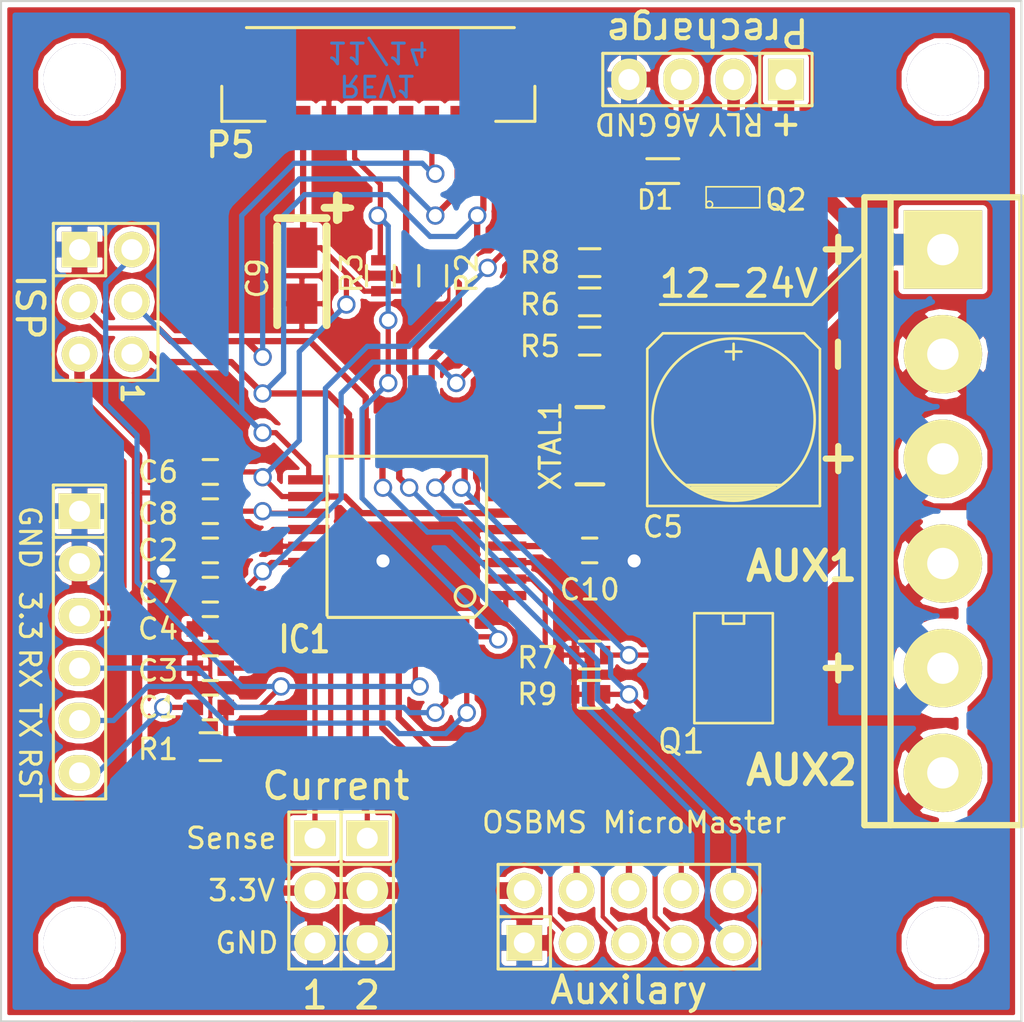
<source format=kicad_pcb>
(kicad_pcb (version 4) (host pcbnew 4.0.0-rc1-stable)
  (layers (0 F.Cu signal) (31 B.Cu signal hide) (34 B.Paste user) (35 F.Paste user) (36 B.SilkS user) (37 F.SilkS user) (38 B.Mask user) (39 F.Mask user) (44 Edge.Cuts user))
  (net 0 "")
  (net 1 /S-RST)
  (net 2 RESET)
  (net 3 GND)
  (net 4 "Net-(C2-Pad2)")
  (net 5 +12V)
  (net 6 +3.3V)
  (net 7 A0)
  (net 8 A1)
  (net 9 "Net-(IC1-Pad8)")
  (net 10 "Net-(IC1-Pad7)")
  (net 11 D4)
  (net 12 D3*)
  (net 13 SCK/13)
  (net 14 A6)
  (net 15 A7)
  (net 16 Int0/2)
  (net 17 TXD)
  (net 18 RXD)
  (net 19 SCL/A5)
  (net 20 SDA/A4)
  (net 21 D5*)
  (net 22 D6*)
  (net 23 D7)
  (net 24 D10*)
  (net 25 MISO)
  (net 26 "Net-(P10-Pad2)")
  (net 27 CS_N)
  (net 28 "Net-(P7-Pad4)")
  (net 29 "Net-(P7-Pad6)")
  (net 30 A2)
  (net 31 A3)
  (net 32 MOSI)
  (net 33 400khz_clk)
  (module Capacitors_SMD:C_0603 (layer F.Cu) (at 35.56 162.56)
    (fp_text reference C1 (at -2.54 0) (layer F.SilkS))
    (fp_text value 100NF hide)
    (pad 1 smd rect (at -0.75 0) (size 0.8 0.75) (layers F.Cu F.Paste F.Mask) (net 1 /S-RST))
    (pad 2 smd rect (at 0.75 0) (size 0.8 0.75) (layers F.Cu F.Paste F.Mask) (net 2 RESET))
  )
  (module Capacitors_SMD:C_0603 (layer F.Cu) (at 35.56 154.94)
    (fp_text reference C2 (at -2.54 0) (layer F.SilkS))
    (fp_text value 100NF hide)
    (pad 1 smd rect (at -0.75 0) (size 0.8 0.75) (layers F.Cu F.Paste F.Mask) (net 3 GND))
    (pad 2 smd rect (at 0.75 0) (size 0.8 0.75) (layers F.Cu F.Paste F.Mask) (net 4 "Net-(C2-Pad2)"))
  )
  (module Capacitors_SMD:C_0603 (layer F.Cu) (at 35.56 160.655)
    (fp_text reference C3 (at -2.54 0.127) (layer F.SilkS))
    (fp_text value 100NF hide)
    (pad 1 smd rect (at -0.75 0) (size 0.8 0.75) (layers F.Cu F.Paste F.Mask) (net 3 GND))
    (pad 2 smd rect (at 0.75 0) (size 0.8 0.75) (layers F.Cu F.Paste F.Mask) (net 8 A1))
  )
  (module Capacitors_SMD:C_0603 (layer F.Cu) (at 35.56 158.75)
    (fp_text reference C4 (at -2.54 0) (layer F.SilkS))
    (fp_text value 100NF hide)
    (pad 1 smd rect (at -0.75 0) (size 0.8 0.75) (layers F.Cu F.Paste F.Mask) (net 3 GND))
    (pad 2 smd rect (at 0.75 0) (size 0.8 0.75) (layers F.Cu F.Paste F.Mask) (net 7 A0))
  )
  (module Capacitors_SMD:c_elec_8x10 (layer F.Cu) (at 60.96 148.59 90)
    (fp_text reference C5 (at -5.207 -3.429 180) (layer F.SilkS))
    (fp_text value CP1 hide)
    (pad 1 smd rect (at 3.2512 0 90) (size 3.50012 2.4003) (layers F.Cu F.Paste F.Mask) (net 5 +12V))
    (pad 2 smd rect (at -3.2512 0 90) (size 3.50012 2.4003) (layers F.Cu F.Paste F.Mask) (net 3 GND))
  )
  (module Capacitors_SMD:C_0603 (layer F.Cu) (at 35.56 151.13)
    (fp_text reference C6 (at -2.54 0) (layer F.SilkS))
    (fp_text value 100NF hide)
    (pad 1 smd rect (at -0.75 0) (size 0.8 0.75) (layers F.Cu F.Paste F.Mask) (net 3 GND))
    (pad 2 smd rect (at 0.75 0) (size 0.8 0.75) (layers F.Cu F.Paste F.Mask) (net 6 +3.3V))
  )
  (module Capacitors_SMD:C_0603 (layer F.Cu) (at 35.56 156.845)
    (fp_text reference C7 (at -2.54 0.127) (layer F.SilkS))
    (fp_text value 100NF hide)
    (pad 1 smd rect (at -0.75 0) (size 0.8 0.75) (layers F.Cu F.Paste F.Mask) (net 3 GND))
    (pad 2 smd rect (at 0.75 0) (size 0.8 0.75) (layers F.Cu F.Paste F.Mask) (net 15 A7))
  )
  (module Capacitors_SMD:C_0603 (layer F.Cu) (at 35.56 153.035)
    (fp_text reference C8 (at -2.54 0.127) (layer F.SilkS))
    (fp_text value 100NF hide)
    (pad 1 smd rect (at -0.75 0) (size 0.8 0.75) (layers F.Cu F.Paste F.Mask) (net 3 GND))
    (pad 2 smd rect (at 0.75 0) (size 0.8 0.75) (layers F.Cu F.Paste F.Mask) (net 14 A6))
  )
  (module Capacitors_Tantalum_SMD:TantalC_SizeA_EIA-3216_Reflow (layer F.Cu) (at 40.005 141.605 270)
    (fp_text reference C9 (at 0.127 2.159 270) (layer F.SilkS))
    (fp_text value "33uF PolC" hide)
    (fp_text user + (at -3.29946 -1.69926 270) (layer F.SilkS) (effects (font (thickness 0.3048))))
    (pad 2 smd rect (at 1.3589 0 270) (size 1.95072 1.50114) (layers F.Cu F.Paste F.Mask) (net 3 GND))
    (pad 1 smd rect (at -1.3589 0 270) (size 1.95072 1.50114) (layers F.Cu F.Paste F.Mask) (net 6 +3.3V))
  )
  (module Capacitors_SMD:C_0603 (layer F.Cu) (at 53.975 154.94)
    (fp_text reference C10 (at 0 1.905) (layer F.SilkS))
    (fp_text value 100nF hide)
    (pad 1 smd rect (at -0.75 0) (size 0.8 0.75) (layers F.Cu F.Paste F.Mask) (net 6 +3.3V))
    (pad 2 smd rect (at 0.75 0) (size 0.8 0.75) (layers F.Cu F.Paste F.Mask) (net 3 GND))
  )
  (module Pin_Headers:Pin_Header_Straight_1x06 (layer F.Cu) (at 29.21 159.385 270)
    (fp_text reference P1 hide)
    (fp_text value CONN_01X06 hide)
    (pad "" thru_hole rect (at -6.35 0 270) (size 1.7272 2.032) (drill 1.016) (layers *.Cu *.Mask F.SilkS))
    (pad 2 thru_hole oval (at -3.81 0 270) (size 1.7272 2.032) (drill 1.016) (layers *.Cu *.Mask F.SilkS) (net 3 GND))
    (pad 3 thru_hole oval (at -1.27 0 270) (size 1.7272 2.032) (drill 1.016) (layers *.Cu *.Mask F.SilkS) (net 6 +3.3V))
    (pad 4 thru_hole oval (at 1.27 0 270) (size 1.7272 2.032) (drill 1.016) (layers *.Cu *.Mask F.SilkS) (net 18 RXD))
    (pad 5 thru_hole oval (at 3.81 0 270) (size 1.7272 2.032) (drill 1.016) (layers *.Cu *.Mask F.SilkS) (net 17 TXD))
    (pad 6 thru_hole oval (at 6.35 0 270) (size 1.7272 2.032) (drill 1.016) (layers *.Cu *.Mask F.SilkS) (net 1 /S-RST))
  )
  (module Pin_Headers:Pin_Header_Straight_2x03 (layer F.Cu) (at 30.48 142.875 270)
    (fp_text reference P2 hide)
    (fp_text value CONN_02X03 hide)
    (pad 1 thru_hole rect (at -2.54 1.27 270) (size 1.7272 1.7272) (drill 1.016) (layers *.Cu *.Mask F.SilkS) (net 3 GND))
    (pad 2 thru_hole oval (at -2.54 -1.27 270) (size 1.7272 1.7272) (drill 1.016) (layers *.Cu *.Mask F.SilkS) (net 2 RESET))
    (pad 3 thru_hole oval (at 0 1.27 270) (size 1.7272 1.7272) (drill 1.016) (layers *.Cu *.Mask F.SilkS) (net 32 MOSI))
    (pad 4 thru_hole oval (at 0 -1.27 270) (size 1.7272 1.7272) (drill 1.016) (layers *.Cu *.Mask F.SilkS) (net 13 SCK/13))
    (pad 5 thru_hole oval (at 2.54 1.27 270) (size 1.7272 1.7272) (drill 1.016) (layers *.Cu *.Mask F.SilkS) (net 6 +3.3V))
    (pad 6 thru_hole oval (at 2.54 -1.27 270) (size 1.7272 1.7272) (drill 1.016) (layers *.Cu *.Mask F.SilkS) (net 25 MISO))
  )
  (module Pin_Headers:Pin_Header_Straight_1x03 (layer F.Cu) (at 40.64 171.45 270)
    (fp_text reference P3 hide)
    (fp_text value CONN_01X03 hide)
    (pad 1 thru_hole rect (at -2.54 0 270) (size 1.7272 2.032) (drill 1.016) (layers *.Cu *.Mask F.SilkS) (net 8 A1))
    (pad 2 thru_hole oval (at 0 0 270) (size 1.7272 2.032) (drill 1.016) (layers *.Cu *.Mask F.SilkS) (net 6 +3.3V))
    (pad 3 thru_hole oval (at 2.54 0 270) (size 1.7272 2.032) (drill 1.016) (layers *.Cu *.Mask F.SilkS) (net 3 GND))
  )
  (module Pin_Headers:Pin_Header_Straight_1x03 (layer F.Cu) (at 43.18 171.45 270)
    (fp_text reference P4 hide)
    (fp_text value CONN_01X03 hide)
    (pad 1 thru_hole rect (at -2.54 0 270) (size 1.7272 2.032) (drill 1.016) (layers *.Cu *.Mask F.SilkS) (net 7 A0))
    (pad 2 thru_hole oval (at 0 0 270) (size 1.7272 2.032) (drill 1.016) (layers *.Cu *.Mask F.SilkS) (net 6 +3.3V))
    (pad 3 thru_hole oval (at 2.54 0 270) (size 1.7272 2.032) (drill 1.016) (layers *.Cu *.Mask F.SilkS) (net 3 GND))
  )
  (module Pin_Headers:Pin_Header_Straight_1x04 (layer F.Cu) (at 59.69 132.08 180)
    (fp_text reference P10 hide)
    (fp_text value CONN_01X04 hide)
    (pad 1 thru_hole rect (at -3.81 0 180) (size 1.7272 2.032) (drill 1.016) (layers *.Cu *.Mask F.SilkS) (net 5 +12V))
    (pad 2 thru_hole oval (at -1.27 0 180) (size 1.7272 2.032) (drill 1.016) (layers *.Cu *.Mask F.SilkS) (net 26 "Net-(P10-Pad2)"))
    (pad 3 thru_hole oval (at 1.27 0 180) (size 1.7272 2.032) (drill 1.016) (layers *.Cu *.Mask F.SilkS) (net 14 A6))
    (pad 4 thru_hole oval (at 3.81 0 180) (size 1.7272 2.032) (drill 1.016) (layers *.Cu *.Mask F.SilkS) (net 3 GND))
  )
  (module SMD_Packages:SOIC-8-W (layer F.Cu) (at 60.96 160.655 270)
    (fp_text reference Q1 (at 3.556 2.54 360) (layer F.SilkS) (effects (font (size 1.143 1.143) (thickness 0.1524))))
    (fp_text value FDS6892A hide)
    (pad 8 smd rect (at -1.905 -2.667 270) (size 0.59944 1.39954) (layers F.Cu F.Paste F.Mask) (net 28 "Net-(P7-Pad4)"))
    (pad 1 smd rect (at -1.905 2.667 270) (size 0.59944 1.39954) (layers F.Cu F.Paste F.Mask) (net 3 GND))
    (pad 7 smd rect (at -0.635 -2.667 270) (size 0.59944 1.39954) (layers F.Cu F.Paste F.Mask) (net 28 "Net-(P7-Pad4)"))
    (pad 6 smd rect (at 0.635 -2.667 270) (size 0.59944 1.39954) (layers F.Cu F.Paste F.Mask) (net 29 "Net-(P7-Pad6)"))
    (pad 5 smd rect (at 1.905 -2.667 270) (size 0.59944 1.39954) (layers F.Cu F.Paste F.Mask) (net 29 "Net-(P7-Pad6)"))
    (pad 2 smd rect (at -0.635 2.667 270) (size 0.59944 1.39954) (layers F.Cu F.Paste F.Mask) (net 21 D5*))
    (pad 3 smd rect (at 0.635 2.667 270) (size 0.59944 1.39954) (layers F.Cu F.Paste F.Mask) (net 3 GND))
    (pad 4 smd rect (at 1.905 2.667 270) (size 0.59944 1.39954) (layers F.Cu F.Paste F.Mask) (net 22 D6*))
  )
  (module SOT-23 (layer F.Cu) (at 60.96 137.795)
    (fp_text reference Q2 (at 2.54 0.127) (layer F.SilkS))
    (fp_text value BSS138 hide)
    (pad 3 smd rect (at 0 -1.09982) (size 0.8001 1.00076) (layers F.Cu F.Paste F.Mask) (net 26 "Net-(P10-Pad2)"))
    (pad 2 smd rect (at 0.9525 1.09982) (size 0.8001 1.00076) (layers F.Cu F.Paste F.Mask) (net 3 GND))
    (pad 1 smd rect (at -0.9525 1.09982) (size 0.8001 1.00076) (layers F.Cu F.Paste F.Mask) (net 23 D7))
  )
  (module Resistors_SMD:R_0603 (layer F.Cu) (at 35.56 164.465 180)
    (fp_text reference R1 (at 2.54 -0.127 180) (layer F.SilkS))
    (fp_text value 10K hide)
    (pad 1 smd rect (at -0.75 0 180) (size 0.5 0.9) (layers F.Cu F.Paste F.Mask) (net 2 RESET))
    (pad 2 smd rect (at 0.75 0 180) (size 0.5 0.9) (layers F.Cu F.Paste F.Mask) (net 6 +3.3V))
  )
  (module Resistors_SMD:R_0603 (layer F.Cu) (at 46.355 141.605 90)
    (fp_text reference R2 (at 0.127 1.651 90) (layer F.SilkS))
    (fp_text value 10K hide)
    (pad 1 smd rect (at -0.75 0 90) (size 0.5 0.9) (layers F.Cu F.Paste F.Mask) (net 6 +3.3V))
    (pad 2 smd rect (at 0.75 0 90) (size 0.5 0.9) (layers F.Cu F.Paste F.Mask) (net 25 MISO))
  )
  (module Resistors_SMD:R_0603 (layer F.Cu) (at 43.815 141.605 90)
    (fp_text reference R3 (at 0.127 -1.397 90) (layer F.SilkS))
    (fp_text value 10K hide)
    (pad 1 smd rect (at -0.75 0 90) (size 0.5 0.9) (layers F.Cu F.Paste F.Mask) (net 6 +3.3V))
    (pad 2 smd rect (at 0.75 0 90) (size 0.5 0.9) (layers F.Cu F.Paste F.Mask) (net 16 Int0/2))
  )
  (module Resistors_SMD:R_0603 (layer F.Cu) (at 53.975 144.78)
    (fp_text reference R5 (at -2.413 0.254) (layer F.SilkS))
    (fp_text value "50k ohm" hide)
    (pad 1 smd rect (at -0.75 0) (size 0.5 0.9) (layers F.Cu F.Paste F.Mask) (net 15 A7))
    (pad 2 smd rect (at 0.75 0) (size 0.5 0.9) (layers F.Cu F.Paste F.Mask) (net 5 +12V))
  )
  (module Resistors_SMD:R_0603 (layer F.Cu) (at 53.975 142.875 180)
    (fp_text reference R6 (at 2.413 -0.127 180) (layer F.SilkS))
    (fp_text value "5k ohm" hide)
    (pad 1 smd rect (at -0.75 0 180) (size 0.5 0.9) (layers F.Cu F.Paste F.Mask) (net 3 GND))
    (pad 2 smd rect (at 0.75 0 180) (size 0.5 0.9) (layers F.Cu F.Paste F.Mask) (net 15 A7))
  )
  (module Resistors_SMD:R_0603 (layer F.Cu) (at 53.975 160.02)
    (fp_text reference R7 (at -2.54 0.127) (layer F.SilkS))
    (fp_text value 10K hide)
    (pad 1 smd rect (at -0.75 0) (size 0.5 0.9) (layers F.Cu F.Paste F.Mask) (net 3 GND))
    (pad 2 smd rect (at 0.75 0) (size 0.5 0.9) (layers F.Cu F.Paste F.Mask) (net 21 D5*))
  )
  (module Resistors_SMD:R_0603 (layer F.Cu) (at 53.975 140.97 180)
    (fp_text reference R8 (at 2.413 0 180) (layer F.SilkS))
    (fp_text value 10K hide)
    (pad 1 smd rect (at -0.75 0 180) (size 0.5 0.9) (layers F.Cu F.Paste F.Mask) (net 3 GND))
    (pad 2 smd rect (at 0.75 0 180) (size 0.5 0.9) (layers F.Cu F.Paste F.Mask) (net 23 D7))
  )
  (module Resistors_SMD:R_0603 (layer F.Cu) (at 53.975 161.925)
    (fp_text reference R9 (at -2.54 0) (layer F.SilkS))
    (fp_text value 10K hide)
    (pad 1 smd rect (at -0.75 0) (size 0.5 0.9) (layers F.Cu F.Paste F.Mask) (net 3 GND))
    (pad 2 smd rect (at 0.75 0) (size 0.5 0.9) (layers F.Cu F.Paste F.Mask) (net 22 D6*))
  )
  (module Connect:bornier6 (layer F.Cu) (at 71.12 153.035 270)
    (fp_text reference P7 hide)
    (fp_text value CONN_01X06 hide)
    (pad 2 thru_hole circle (at -7.62 0 270) (size 3.81 3.81) (drill 1.524) (layers *.Cu *.Mask F.SilkS) (net 3 GND))
    (pad 3 thru_hole circle (at -2.54 0 270) (size 3.81 3.81) (drill 1.524) (layers *.Cu *.Mask F.SilkS) (net 5 +12V))
    (pad 1 thru_hole rect (at -12.7 0 270) (size 3.81 3.81) (drill 1.524) (layers *.Cu *.Mask F.SilkS) (net 5 +12V))
    (pad 4 thru_hole circle (at 2.54 0 270) (size 3.81 3.81) (drill 1.524) (layers *.Cu *.Mask F.SilkS) (net 28 "Net-(P7-Pad4)"))
    (pad 5 thru_hole circle (at 7.62 0 270) (size 3.81 3.81) (drill 1.524) (layers *.Cu *.Mask F.SilkS) (net 5 +12V))
    (pad 6 thru_hole circle (at 12.7 0 270) (size 3.81 3.81) (drill 1.524) (layers *.Cu *.Mask F.SilkS) (net 29 "Net-(P7-Pad6)"))
  )
  (module Mounting_Holes:MountingHole_3-5mm (layer F.Cu) (at 71.12 173.99)
    (fp_text reference MH hide)
    (fp_text value MountingHole_3-5mm_RevA_Date21Jun2010 hide)
    (pad 1 thru_hole circle (at 0 0) (size 3.50012 3.50012) (drill 3.50012) (layers))
  )
  (module Mounting_Holes:MountingHole_3-5mm (layer F.Cu) (at 29.21 173.99)
    (fp_text reference MH hide)
    (fp_text value MountingHole_3-5mm_RevA_Date21Jun2010 hide)
    (pad 1 thru_hole circle (at 0 0) (size 3.50012 3.50012) (drill 3.50012) (layers))
  )
  (module Mounting_Holes:MountingHole_3-5mm (layer F.Cu) (at 29.21 132.08)
    (fp_text reference MH hide)
    (fp_text value MountingHole_3-5mm_RevA_Date21Jun2010 hide)
    (pad 1 thru_hole circle (at 0 0) (size 3.50012 3.50012) (drill 3.50012) (layers))
  )
  (module Mounting_Holes:MountingHole_3-5mm (layer F.Cu) (at 71.12 132.08)
    (fp_text reference MH hide)
    (fp_text value MountingHole_3-5mm_RevA_Date21Jun2010 hide)
    (pad 1 thru_hole circle (at 0 0) (size 3.50012 3.50012) (drill 3.50012) (layers))
  )
  (module Pin_Headers:Pin_Header_Straight_2x05 (layer F.Cu) (at 55.88 172.72)
    (fp_text reference P6 hide)
    (fp_text value CONN_01X10 hide)
    (pad 1 thru_hole rect (at -5.08 1.27) (size 1.7272 1.7272) (drill 1.016) (layers *.Cu *.Mask F.SilkS) (net 3 GND))
    (pad 2 thru_hole oval (at -5.08 -1.27) (size 1.7272 1.7272) (drill 1.016) (layers *.Cu *.Mask F.SilkS) (net 6 +3.3V))
    (pad 3 thru_hole oval (at -2.54 1.27) (size 1.7272 1.7272) (drill 1.016) (layers *.Cu *.Mask F.SilkS) (net 30 A2))
    (pad 4 thru_hole oval (at -2.54 -1.27) (size 1.7272 1.7272) (drill 1.016) (layers *.Cu *.Mask F.SilkS) (net 31 A3))
    (pad 5 thru_hole oval (at 0 1.27) (size 1.7272 1.7272) (drill 1.016) (layers *.Cu *.Mask F.SilkS) (net 20 SDA/A4))
    (pad 6 thru_hole oval (at 0 -1.27) (size 1.7272 1.7272) (drill 1.016) (layers *.Cu *.Mask F.SilkS) (net 19 SCL/A5))
    (pad 7 thru_hole oval (at 2.54 1.27) (size 1.7272 1.7272) (drill 1.016) (layers *.Cu *.Mask F.SilkS) (net 12 D3*))
    (pad 8 thru_hole oval (at 2.54 -1.27) (size 1.7272 1.7272) (drill 1.016) (layers *.Cu *.Mask F.SilkS) (net 11 D4))
    (pad 9 thru_hole oval (at 5.08 1.27) (size 1.7272 1.7272) (drill 1.016) (layers *.Cu *.Mask F.SilkS) (net 24 D10*))
    (pad 10 thru_hole oval (at 5.08 -1.27) (size 1.7272 1.7272) (drill 1.016) (layers *.Cu *.Mask F.SilkS))
  )
  (module SMD_Packages:SOD-523 (layer F.Cu) (at 57.15 136.525)
    (fp_text reference D1 (at 0 1.397) (layer F.SilkS) (effects (font (size 0.9 0.9) (thickness 0.14))))
    (fp_text value 3.3vZENER hide)
    (pad 1 smd rect (at -0.7 0) (size 0.6 0.7) (layers F.Cu F.Paste F.Mask) (net 3 GND))
    (pad 2 smd rect (at 0.7 0) (size 0.6 0.7) (layers F.Cu F.Paste F.Mask) (net 14 A6))
  )
  (module MyCustomParts:RESONATOR-SMD-mutera (layer F.Cu) (at 53.975 149.86 270)
    (fp_text reference XTAL1 (at 0 1.905 270) (layer F.SilkS))
    (fp_text value "8mhz resonator" hide)
    (pad 1 smd oval (at -1.2 0 270) (size 0.45 1.905) (layers F.Cu F.Paste F.Mask) (net 9 "Net-(IC1-Pad8)"))
    (pad 2 smd oval (at 0 0 270) (size 0.45 1.905) (layers F.Cu F.Paste F.Mask) (net 3 GND))
    (pad 3 smd oval (at 1.2 0 270) (size 0.45 1.905) (layers F.Cu F.Paste F.Mask) (net 10 "Net-(IC1-Pad7)"))
  )
  (module MyCustomParts:TQFP-32 (layer F.Cu) (at 45.085 154.305 180)
    (fp_text reference IC1 (at 4.953 -4.953 180) (layer F.SilkS) (effects (font (size 1.27 1.016) (thickness 0.2032))))
    (fp_text value ATMEGA328P-A hide)
    (pad 8 smd rect (at -4.81584 2.77622 180) (size 1.99898 0.44958) (layers F.Cu F.Paste F.Mask) (net 9 "Net-(IC1-Pad8)"))
    (pad 7 smd rect (at -4.81584 1.97612 180) (size 1.99898 0.44958) (layers F.Cu F.Paste F.Mask) (net 10 "Net-(IC1-Pad7)"))
    (pad 6 smd rect (at -4.81584 1.17602 180) (size 1.99898 0.44958) (layers F.Cu F.Paste F.Mask) (net 6 +3.3V))
    (pad 5 smd rect (at -4.81584 0.37592 180) (size 1.99898 0.44958) (layers F.Cu F.Paste F.Mask) (net 3 GND))
    (pad 4 smd rect (at -4.81584 -0.42418 180) (size 1.99898 0.44958) (layers F.Cu F.Paste F.Mask) (net 6 +3.3V))
    (pad 3 smd rect (at -4.81584 -1.22428 180) (size 1.99898 0.44958) (layers F.Cu F.Paste F.Mask) (net 3 GND))
    (pad 2 smd rect (at -4.81584 -2.02438 180) (size 1.99898 0.44958) (layers F.Cu F.Paste F.Mask) (net 11 D4))
    (pad 1 smd rect (at -4.81584 -2.82448 180) (size 1.99898 0.44958) (layers F.Cu F.Paste F.Mask) (net 12 D3*))
    (pad 24 smd rect (at 4.7498 -2.8194 180) (size 1.99898 0.44958) (layers F.Cu F.Paste F.Mask) (net 8 A1))
    (pad 17 smd rect (at 4.7498 2.794 180) (size 1.99898 0.44958) (layers F.Cu F.Paste F.Mask) (net 13 SCK/13))
    (pad 18 smd rect (at 4.7498 1.9812 180) (size 1.99898 0.44958) (layers F.Cu F.Paste F.Mask) (net 6 +3.3V))
    (pad 19 smd rect (at 4.7498 1.1684 180) (size 1.99898 0.44958) (layers F.Cu F.Paste F.Mask) (net 14 A6))
    (pad 20 smd rect (at 4.7498 0.381 180) (size 1.99898 0.44958) (layers F.Cu F.Paste F.Mask) (net 4 "Net-(C2-Pad2)"))
    (pad 21 smd rect (at 4.7498 -0.4318 180) (size 1.99898 0.44958) (layers F.Cu F.Paste F.Mask) (net 3 GND))
    (pad 22 smd rect (at 4.7498 -1.2192 180) (size 1.99898 0.44958) (layers F.Cu F.Paste F.Mask) (net 15 A7))
    (pad 23 smd rect (at 4.7498 -2.032 180) (size 1.99898 0.44958) (layers F.Cu F.Paste F.Mask) (net 7 A0))
    (pad 32 smd rect (at -2.82448 -4.826 180) (size 0.44958 1.99898) (layers F.Cu F.Paste F.Mask) (net 16 Int0/2))
    (pad 31 smd rect (at -2.02692 -4.826 180) (size 0.44958 1.99898) (layers F.Cu F.Paste F.Mask) (net 17 TXD))
    (pad 30 smd rect (at -1.22428 -4.826 180) (size 0.44958 1.99898) (layers F.Cu F.Paste F.Mask) (net 18 RXD))
    (pad 29 smd rect (at -0.42672 -4.826 180) (size 0.44958 1.99898) (layers F.Cu F.Paste F.Mask) (net 2 RESET))
    (pad 28 smd rect (at 0.37592 -4.826 180) (size 0.44958 1.99898) (layers F.Cu F.Paste F.Mask) (net 19 SCL/A5))
    (pad 27 smd rect (at 1.17348 -4.826 180) (size 0.44958 1.99898) (layers F.Cu F.Paste F.Mask) (net 20 SDA/A4))
    (pad 26 smd rect (at 1.97612 -4.826 180) (size 0.44958 1.99898) (layers F.Cu F.Paste F.Mask) (net 31 A3))
    (pad 25 smd rect (at 2.77368 -4.826 180) (size 0.44958 1.99898) (layers F.Cu F.Paste F.Mask) (net 30 A2))
    (pad 9 smd rect (at -2.8194 4.7752 180) (size 0.44958 1.99898) (layers F.Cu F.Paste F.Mask) (net 21 D5*))
    (pad 10 smd rect (at -2.032 4.7752 180) (size 0.44958 1.99898) (layers F.Cu F.Paste F.Mask) (net 22 D6*))
    (pad 11 smd rect (at -1.2192 4.7752 180) (size 0.44958 1.99898) (layers F.Cu F.Paste F.Mask) (net 23 D7))
    (pad 12 smd rect (at -0.4318 4.7752 180) (size 0.44958 1.99898) (layers F.Cu F.Paste F.Mask) (net 27 CS_N))
    (pad 13 smd rect (at 0.3556 4.7752 180) (size 0.44958 1.99898) (layers F.Cu F.Paste F.Mask) (net 33 400khz_clk))
    (pad 14 smd rect (at 1.1684 4.7752 180) (size 0.44958 1.99898) (layers F.Cu F.Paste F.Mask) (net 24 D10*))
    (pad 15 smd rect (at 1.9812 4.7752 180) (size 0.44958 1.99898) (layers F.Cu F.Paste F.Mask) (net 32 MOSI))
    (pad 16 smd rect (at 2.794 4.7752 180) (size 0.44958 1.99898) (layers F.Cu F.Paste F.Mask) (net 25 MISO))
  )
  (module MyCustomParts:Connector_SMD_GH_SIDECONN_1X9_1.25MM (layer F.Cu) (at 43.815 130.81 180)
    (fp_text reference P5 (at 7.2756 -4.4472 180) (layer F.SilkS) (effects (font (size 1.2 1.2) (thickness 0.2))))
    (fp_text value CONN_01X09 hide)
    (pad 1 smd rect (at -5 -3.4 180) (size 0.7 1.7) (layers F.Cu F.Paste F.Mask) (net 25 MISO))
    (pad "" smd rect (at -7.2 0 180) (size 1 2.6) (layers F.Cu F.Paste F.Mask))
    (pad 2 smd rect (at -3.75 -3.4 180) (size 0.7 1.7) (layers F.Cu F.Paste F.Mask) (net 32 MOSI))
    (pad 3 smd rect (at -2.5 -3.4 180) (size 0.7 1.7) (layers F.Cu F.Paste F.Mask) (net 13 SCK/13))
    (pad 4 smd rect (at -1.25 -3.4 180) (size 0.7 1.7) (layers F.Cu F.Paste F.Mask) (net 27 CS_N))
    (pad 5 smd rect (at 0 -3.4 180) (size 0.7 1.7) (layers F.Cu F.Paste F.Mask) (net 33 400khz_clk))
    (pad 6 smd rect (at 1.25 -3.4 180) (size 0.7 1.7) (layers F.Cu F.Paste F.Mask) (net 16 Int0/2))
    (pad 7 smd rect (at 2.5 -3.4 180) (size 0.7 1.7) (layers F.Cu F.Paste F.Mask) (net 3 GND))
    (pad 8 smd rect (at 3.75 -3.4 180) (size 0.7 1.7) (layers F.Cu F.Paste F.Mask) (net 6 +3.3V))
    (pad 9 smd rect (at 5 -3.4 180) (size 0.7 1.7) (layers F.Cu F.Paste F.Mask) (net 3 GND))
    (pad "" smd rect (at 7.2 0 180) (size 1 2.6) (layers F.Cu F.Paste F.Mask))
  )
  (gr_text "  REV1  \n11/14" (at 43.688 131.572 180) (layer B.Cu) (effects (font (size 1 1)) (justify mirror)))
  (gr_text "OSBMS MicroMaster" (at 56.134 168.148) (layer F.SilkS) (effects (font (size 1 1))))
  (gr_text 1 (at 31.75 147.32 270) (layer F.SilkS) (effects (font (size 1 1) (thickness 0.2))))
  (gr_line (start 64.77 143.002) (end 57.404 143.002) (angle 90) (layer F.SilkS) (width 0.15))
  (gr_line (start 67.31 140.462) (end 64.77 143.002) (angle 90) (layer F.SilkS) (width 0.15))
  (gr_text 12-24V (at 61.214 141.986) (layer F.SilkS) (effects (font (size 1.3 1.3) (thickness 0.2))))
  (gr_text AUX1 (at 64.262 155.702) (layer F.SilkS) (effects (font (size 1.4 1.4) (thickness 0.28))))
  (gr_text AUX2 (at 64.262 165.608) (layer F.SilkS) (effects (font (size 1.4 1.4) (thickness 0.28))))
  (gr_text _ (at 65.151 145.415 90) (layer F.SilkS) (effects (font (size 1.6 1.6) (thickness 0.3))))
  (gr_text + (at 66.04 160.528) (layer F.SilkS) (effects (font (size 1.6 1.6) (thickness 0.3))))
  (gr_text + (at 66.04 150.368) (layer F.SilkS) (effects (font (size 1.6 1.6) (thickness 0.3))))
  (gr_text + (at 66.04 140.208) (layer F.SilkS) (effects (font (size 1.6 1.6) (thickness 0.3))))
  (gr_text + (at 63.5 134.366 180) (layer F.SilkS) (effects (font (size 1.2 1.2) (thickness 0.2))))
  (gr_text RLY (at 61.087 134.239 180) (layer F.SilkS) (effects (font (size 1 1))))
  (gr_text A6 (at 58.42 134.239 180) (layer F.SilkS) (effects (font (size 1 1))))
  (gr_text GND (at 55.753 134.239 180) (layer F.SilkS) (effects (font (size 1 1))))
  (gr_text ISP (at 26.797 143.129 270) (layer F.SilkS) (effects (font (size 1.3 1.3) (thickness 0.2))))
  (gr_text "RST\n" (at 26.797 165.862 270) (layer F.SilkS) (effects (font (size 1 1))))
  (gr_text GND (at 26.797 154.305 270) (layer F.SilkS) (effects (font (size 1 1))))
  (gr_text 3.3 (at 26.797 158.115 270) (layer F.SilkS) (effects (font (size 1 1))))
  (gr_text RX (at 26.797 160.655 270) (layer F.SilkS) (effects (font (size 1 1))))
  (gr_text TX (at 26.797 163.195 270) (layer F.SilkS) (effects (font (size 1 1))))
  (gr_text Sense (at 36.576 168.91) (layer F.SilkS) (effects (font (size 1 1))))
  (gr_text 3.3V (at 37.084 171.45) (layer F.SilkS) (effects (font (size 1 1))))
  (gr_text GND (at 37.338 173.99) (layer F.SilkS) (effects (font (size 1 1))))
  (gr_text 2 (at 43.18 176.53) (layer F.SilkS) (effects (font (size 1.3 1.3) (thickness 0.2))))
  (gr_text 1 (at 40.64 176.53) (layer F.SilkS) (effects (font (size 1.3 1.3) (thickness 0.2))))
  (gr_text Current (at 41.656 166.37) (layer F.SilkS) (effects (font (size 1.3 1.3) (thickness 0.2))))
  (gr_text Auxilary (at 55.88 176.276) (layer F.SilkS) (effects (font (size 1.3 1.3) (thickness 0.2))))
  (gr_text Precharge (at 59.69 129.794 180) (layer F.SilkS) (effects (font (size 1.3 1.3) (thickness 0.2))))
  (gr_line (start 74.93 177.8) (end 31.75 177.8) (angle 90) (layer Edge.Cuts) (width 0.1))
  (gr_line (start 74.93 128.27) (end 74.93 177.8) (angle 90) (layer Edge.Cuts) (width 0.1))
  (gr_line (start 25.4 128.27) (end 74.93 128.27) (angle 90) (layer Edge.Cuts) (width 0.1))
  (gr_line (start 25.4 177.8) (end 25.4 128.27) (angle 90) (layer Edge.Cuts) (width 0.1))
  (gr_line (start 25.4 177.8) (end 31.75 177.8) (angle 90) (layer Edge.Cuts) (width 0.1))
  (segment (start 30.099 165.735) (end 29.21 165.735) (width 0.254) (layer B.Cu) (net 1))
  (via (at 33.274 162.56) (size 0.889) (layers F.Cu B.Cu) (net 1))
  (segment (start 33.274 162.56) (end 30.099 165.735) (width 0.254) (layer B.Cu) (net 1))
  (segment (start 34.81 162.56) (end 33.274 162.56) (width 0.254) (layer F.Cu) (net 1))
  (segment (start 36.31 162.56) (end 36.31 164.465) (width 0.254) (layer F.Cu) (net 2))
  (segment (start 45.51172 161.33572) (end 45.51172 159.131) (width 0.254) (layer F.Cu) (net 2))
  (via (at 45.72 161.544) (size 0.889) (layers F.Cu B.Cu) (net 2))
  (segment (start 45.51172 161.33572) (end 45.72 161.544) (width 0.254) (layer F.Cu) (net 2))
  (segment (start 36.31 162.56) (end 37.973 162.56) (width 0.254) (layer F.Cu) (net 2))
  (via (at 38.989 161.544) (size 0.889) (layers F.Cu B.Cu) (net 2))
  (segment (start 37.973 162.56) (end 38.989 161.544) (width 0.254) (layer F.Cu) (net 2))
  (segment (start 45.72 161.544) (end 38.989 161.544) (width 0.254) (layer B.Cu) (net 2))
  (segment (start 31.75 140.716) (end 31.75 140.335) (width 0.254) (layer B.Cu) (net 2))
  (segment (start 37.084 161.544) (end 32.004 156.464) (width 0.254) (layer B.Cu) (net 2))
  (segment (start 32.004 156.464) (end 32.004 149.352) (width 0.254) (layer B.Cu) (net 2))
  (segment (start 32.004 149.352) (end 30.48 147.828) (width 0.254) (layer B.Cu) (net 2))
  (segment (start 30.48 147.828) (end 30.48 141.986) (width 0.254) (layer B.Cu) (net 2))
  (segment (start 30.48 141.986) (end 31.75 140.716) (width 0.254) (layer B.Cu) (net 2))
  (segment (start 38.989 161.544) (end 37.084 161.544) (width 0.254) (layer B.Cu) (net 2))
  (segment (start 44.02328 155.52928) (end 43.942 155.448) (width 0.254) (layer F.Cu) (net 3))
  (via (at 43.942 155.448) (size 0.889) (layers F.Cu B.Cu) (net 3))
  (segment (start 49.90084 155.52928) (end 44.02328 155.52928) (width 0.254) (layer F.Cu) (net 3))
  (segment (start 55.626 154.94) (end 56.134 155.448) (width 0.254) (layer F.Cu) (net 3))
  (via (at 56.134 155.448) (size 0.889) (layers F.Cu B.Cu) (net 3))
  (segment (start 54.725 154.94) (end 55.626 154.94) (width 0.254) (layer F.Cu) (net 3))
  (segment (start 34.163 156.845) (end 33.274 155.956) (width 0.254) (layer F.Cu) (net 3))
  (via (at 33.274 155.956) (size 0.889) (layers F.Cu B.Cu) (net 3))
  (segment (start 34.81 156.845) (end 34.163 156.845) (width 0.254) (layer F.Cu) (net 3))
  (segment (start 38.608 153.924) (end 37.592 154.94) (width 0.254) (layer F.Cu) (net 4))
  (segment (start 37.592 154.94) (end 36.31 154.94) (width 0.254) (layer F.Cu) (net 4))
  (segment (start 40.3352 153.924) (end 38.608 153.924) (width 0.254) (layer F.Cu) (net 4))
  (segment (start 67.945 140.335) (end 62.9412 145.3388) (width 1.524) (layer F.Cu) (net 5))
  (segment (start 62.9412 145.3388) (end 60.96 145.3388) (width 1.524) (layer F.Cu) (net 5))
  (segment (start 71.12 140.335) (end 67.945 140.335) (width 1.524) (layer F.Cu) (net 5))
  (segment (start 63.5 135.89) (end 67.945 140.335) (width 0.8128) (layer F.Cu) (net 5))
  (segment (start 63.5 132.08) (end 63.5 135.89) (width 0.8128) (layer F.Cu) (net 5))
  (segment (start 60.4012 144.78) (end 60.96 145.3388) (width 0.254) (layer F.Cu) (net 5))
  (segment (start 54.725 144.78) (end 60.4012 144.78) (width 0.254) (layer F.Cu) (net 5))
  (segment (start 49.90084 153.12898) (end 42.89298 153.12898) (width 0.3048) (layer F.Cu) (net 6))
  (segment (start 42.0878 152.3238) (end 40.3352 152.3238) (width 0.3048) (layer F.Cu) (net 6))
  (segment (start 42.89298 153.12898) (end 42.0878 152.3238) (width 0.3048) (layer F.Cu) (net 6))
  (segment (start 40.065 134.21) (end 40.065 140.1861) (width 0.3048) (layer F.Cu) (net 6))
  (segment (start 40.065 140.1861) (end 40.005 140.2461) (width 0.3048) (layer F.Cu) (net 6))
  (segment (start 40.005 134.27) (end 40.065 134.21) (width 0.3048) (layer F.Cu) (net 6))
  (segment (start 36.31 151.13) (end 36.31 151.904) (width 0.254) (layer F.Cu) (net 6))
  (segment (start 36.068 152.146) (end 32.004 152.146) (width 0.254) (layer F.Cu) (net 6))
  (segment (start 36.31 151.904) (end 36.068 152.146) (width 0.254) (layer F.Cu) (net 6))
  (segment (start 49.90084 153.12898) (end 51.27498 153.12898) (width 0.3048) (layer F.Cu) (net 6))
  (segment (start 51.816 153.67) (end 51.816 154.72918) (width 0.3048) (layer F.Cu) (net 6))
  (segment (start 51.27498 153.12898) (end 51.816 153.67) (width 0.3048) (layer F.Cu) (net 6))
  (segment (start 49.90084 154.72918) (end 51.816 154.72918) (width 0.3048) (layer F.Cu) (net 6))
  (segment (start 51.816 154.72918) (end 51.85918 154.72918) (width 0.3048) (layer F.Cu) (net 6))
  (segment (start 52.07 154.94) (end 53.225 154.94) (width 0.3048) (layer F.Cu) (net 6))
  (segment (start 51.85918 154.72918) (end 52.07 154.94) (width 0.3048) (layer F.Cu) (net 6))
  (segment (start 43.18 171.45) (end 40.64 171.45) (width 0.8128) (layer F.Cu) (net 6))
  (segment (start 50.8 171.45) (end 43.18 171.45) (width 0.8128) (layer F.Cu) (net 6))
  (segment (start 30.861 158.115) (end 32.004 156.972) (width 0.508) (layer F.Cu) (net 6))
  (segment (start 29.21 158.115) (end 30.861 158.115) (width 0.508) (layer F.Cu) (net 6))
  (segment (start 32.004 156.972) (end 32.004 152.146) (width 0.508) (layer F.Cu) (net 6))
  (segment (start 32.004 152.146) (end 32.004 150.368) (width 0.508) (layer F.Cu) (net 6))
  (segment (start 29.21 147.574) (end 29.21 145.415) (width 0.508) (layer F.Cu) (net 6))
  (segment (start 31.496 149.86) (end 29.21 147.574) (width 0.508) (layer F.Cu) (net 6))
  (segment (start 32.004 150.368) (end 31.496 149.86) (width 0.508) (layer F.Cu) (net 6))
  (segment (start 37.846 171.45) (end 32.004 165.608) (width 0.508) (layer F.Cu) (net 6))
  (segment (start 32.004 164.592) (end 32.004 156.972) (width 0.508) (layer F.Cu) (net 6))
  (segment (start 32.004 165.608) (end 32.004 164.592) (width 0.508) (layer F.Cu) (net 6))
  (segment (start 40.64 171.45) (end 37.846 171.45) (width 0.508) (layer F.Cu) (net 6))
  (segment (start 32.004 164.465) (end 32.004 164.592) (width 0.254) (layer F.Cu) (net 6))
  (segment (start 34.81 164.465) (end 32.004 164.465) (width 0.254) (layer F.Cu) (net 6))
  (segment (start 46.355 142.355) (end 43.815 142.355) (width 0.254) (layer F.Cu) (net 6))
  (segment (start 40.9321 140.2461) (end 43.041 142.355) (width 0.254) (layer F.Cu) (net 6))
  (segment (start 43.041 142.355) (end 43.815 142.355) (width 0.254) (layer F.Cu) (net 6))
  (segment (start 40.005 140.2461) (end 40.9321 140.2461) (width 0.254) (layer F.Cu) (net 6))
  (segment (start 38.1 151.384) (end 37.846 151.13) (width 0.254) (layer F.Cu) (net 6))
  (segment (start 37.465 151.13) (end 36.31 151.13) (width 0.254) (layer F.Cu) (net 6))
  (segment (start 37.846 151.13) (end 37.465 151.13) (width 0.254) (layer F.Cu) (net 6))
  (segment (start 39.878 145.288) (end 39.878 149.606) (width 0.254) (layer B.Cu) (net 6))
  (segment (start 39.878 149.606) (end 38.608 150.876) (width 0.254) (layer B.Cu) (net 6))
  (segment (start 40.9321 140.2461) (end 42.164 141.478) (width 0.254) (layer F.Cu) (net 6))
  (via (at 42.164 143.002) (size 0.889) (layers F.Cu B.Cu) (net 6))
  (segment (start 42.164 141.478) (end 42.164 143.002) (width 0.254) (layer F.Cu) (net 6))
  (segment (start 42.164 143.002) (end 39.878 145.288) (width 0.254) (layer B.Cu) (net 6))
  (via (at 38.1 151.384) (size 0.889) (layers F.Cu B.Cu) (net 6))
  (segment (start 38.608 150.876) (end 38.1 151.384) (width 0.254) (layer B.Cu) (net 6))
  (segment (start 39.0398 152.3238) (end 38.1 151.384) (width 0.254) (layer F.Cu) (net 6))
  (segment (start 40.3352 152.3238) (end 39.0398 152.3238) (width 0.254) (layer F.Cu) (net 6))
  (segment (start 40.3352 156.337) (end 41.783 156.337) (width 0.254) (layer F.Cu) (net 7))
  (segment (start 43.18 167.64) (end 43.18 168.91) (width 0.254) (layer F.Cu) (net 7))
  (segment (start 41.402 165.862) (end 43.18 167.64) (width 0.254) (layer F.Cu) (net 7))
  (segment (start 41.402 157.988) (end 41.402 165.862) (width 0.254) (layer F.Cu) (net 7))
  (segment (start 41.91 157.48) (end 41.402 157.988) (width 0.254) (layer F.Cu) (net 7))
  (segment (start 41.91 156.464) (end 41.91 157.48) (width 0.254) (layer F.Cu) (net 7))
  (segment (start 41.783 156.337) (end 41.91 156.464) (width 0.254) (layer F.Cu) (net 7))
  (segment (start 39.243 156.337) (end 38.1 157.48) (width 0.254) (layer F.Cu) (net 7))
  (segment (start 36.83 158.75) (end 36.31 158.75) (width 0.254) (layer F.Cu) (net 7))
  (segment (start 36.83 158.75) (end 38.1 157.48) (width 0.254) (layer F.Cu) (net 7))
  (segment (start 40.3352 156.337) (end 39.243 156.337) (width 0.254) (layer F.Cu) (net 7))
  (segment (start 40.64 168.91) (end 40.64 159.512) (width 0.254) (layer F.Cu) (net 8))
  (segment (start 40.64 159.512) (end 40.64 157.988) (width 0.254) (layer F.Cu) (net 8))
  (segment (start 40.3352 157.6832) (end 40.3352 157.1244) (width 0.254) (layer F.Cu) (net 8))
  (segment (start 40.64 157.988) (end 40.3352 157.6832) (width 0.254) (layer F.Cu) (net 8))
  (segment (start 40.3352 157.1244) (end 40.3352 157.2768) (width 0.254) (layer F.Cu) (net 8))
  (segment (start 37.3634 160.655) (end 40.3352 157.6832) (width 0.254) (layer F.Cu) (net 8))
  (segment (start 36.31 160.655) (end 37.3634 160.655) (width 0.254) (layer F.Cu) (net 8))
  (segment (start 51.16322 151.52878) (end 52.324 150.368) (width 0.254) (layer F.Cu) (net 9))
  (segment (start 52.324 150.368) (end 52.324 149.352) (width 0.254) (layer F.Cu) (net 9))
  (segment (start 52.324 149.352) (end 53.016 148.66) (width 0.254) (layer F.Cu) (net 9))
  (segment (start 53.016 148.66) (end 53.975 148.66) (width 0.254) (layer F.Cu) (net 9))
  (segment (start 49.90084 151.52878) (end 51.16322 151.52878) (width 0.254) (layer F.Cu) (net 9))
  (segment (start 53.156 151.06) (end 53.975 151.06) (width 0.254) (layer F.Cu) (net 10))
  (segment (start 51.37912 152.32888) (end 52.648 151.06) (width 0.254) (layer F.Cu) (net 10))
  (segment (start 52.648 151.06) (end 53.975 151.06) (width 0.254) (layer F.Cu) (net 10))
  (segment (start 49.90084 152.32888) (end 51.37912 152.32888) (width 0.254) (layer F.Cu) (net 10))
  (segment (start 51.17338 156.32938) (end 51.562 156.718) (width 0.254) (layer F.Cu) (net 11))
  (segment (start 51.816 163.576) (end 58.42 170.18) (width 0.254) (layer F.Cu) (net 11))
  (segment (start 58.42 170.18) (end 58.42 171.45) (width 0.254) (layer F.Cu) (net 11))
  (segment (start 49.90084 156.32938) (end 51.17338 156.32938) (width 0.254) (layer F.Cu) (net 11))
  (segment (start 51.816 156.972) (end 51.816 163.576) (width 0.254) (layer F.Cu) (net 11))
  (segment (start 51.562 156.718) (end 51.816 156.972) (width 0.254) (layer F.Cu) (net 11))
  (segment (start 57.15 172.72) (end 58.42 173.99) (width 0.254) (layer F.Cu) (net 12))
  (segment (start 57.15 170.18) (end 57.15 172.72) (width 0.254) (layer F.Cu) (net 12))
  (segment (start 50.927 163.957) (end 57.15 170.18) (width 0.254) (layer F.Cu) (net 12))
  (segment (start 49.90084 157.12948) (end 49.90084 157.78734) (width 0.254) (layer F.Cu) (net 12))
  (segment (start 50.927 158.8135) (end 49.90084 157.78734) (width 0.254) (layer F.Cu) (net 12))
  (segment (start 50.927 163.957) (end 50.927 158.8135) (width 0.254) (layer F.Cu) (net 12))
  (segment (start 31.75 142.875) (end 38.1 149.225) (width 0.254) (layer B.Cu) (net 13))
  (segment (start 40.3352 150.8252) (end 38.735 149.225) (width 0.254) (layer F.Cu) (net 13))
  (segment (start 38.735 149.225) (end 38.1 149.225) (width 0.254) (layer F.Cu) (net 13))
  (via (at 38.1 149.225) (size 0.889) (layers F.Cu B.Cu) (net 13))
  (segment (start 40.3352 150.8252) (end 40.3352 151.511) (width 0.254) (layer F.Cu) (net 13))
  (segment (start 37.084 148.209) (end 37.084 138.684) (width 0.254) (layer B.Cu) (net 13))
  (segment (start 37.084 138.684) (end 37.465 138.303) (width 0.254) (layer B.Cu) (net 13))
  (segment (start 46.355 136.652) (end 45.847 136.144) (width 0.254) (layer B.Cu) (net 13))
  (segment (start 45.847 136.144) (end 39.624 136.144) (width 0.254) (layer B.Cu) (net 13))
  (segment (start 39.624 136.144) (end 37.465 138.303) (width 0.254) (layer B.Cu) (net 13))
  (segment (start 46.315 136.485) (end 46.315 134.21) (width 0.254) (layer F.Cu) (net 13))
  (via (at 46.482 136.652) (size 0.889) (layers F.Cu B.Cu) (net 13))
  (segment (start 46.315 136.485) (end 46.482 136.652) (width 0.254) (layer F.Cu) (net 13))
  (segment (start 46.482 136.652) (end 46.355 136.652) (width 0.254) (layer B.Cu) (net 13))
  (segment (start 38.1 149.225) (end 37.084 148.209) (width 0.254) (layer B.Cu) (net 13))
  (segment (start 38.2016 153.1366) (end 38.1 153.035) (width 0.254) (layer F.Cu) (net 14))
  (segment (start 40.3352 153.1366) (end 38.2016 153.1366) (width 0.254) (layer F.Cu) (net 14))
  (segment (start 38.1 153.035) (end 36.31 153.035) (width 0.254) (layer F.Cu) (net 14))
  (segment (start 36.4116 153.1366) (end 36.31 153.035) (width 0.254) (layer F.Cu) (net 14))
  (segment (start 58.42 135.955) (end 57.85 136.525) (width 0.254) (layer F.Cu) (net 14))
  (segment (start 58.42 132.08) (end 58.42 135.955) (width 0.254) (layer F.Cu) (net 14))
  (segment (start 57.85 137.095) (end 57.15 137.795) (width 0.254) (layer F.Cu) (net 14))
  (segment (start 57.15 137.795) (end 52.451 137.795) (width 0.254) (layer F.Cu) (net 14))
  (segment (start 52.451 137.795) (end 49.022 141.224) (width 0.254) (layer F.Cu) (net 14))
  (segment (start 43.18 145.034) (end 45.212 145.034) (width 0.254) (layer B.Cu) (net 14))
  (segment (start 38.227 153.162) (end 38.1 153.035) (width 0.254) (layer B.Cu) (net 14))
  (segment (start 38.227 153.162) (end 40.132 153.162) (width 0.254) (layer B.Cu) (net 14))
  (segment (start 40.132 153.162) (end 41.148 152.146) (width 0.254) (layer B.Cu) (net 14))
  (segment (start 41.148 152.146) (end 41.148 147.066) (width 0.254) (layer B.Cu) (net 14))
  (segment (start 41.148 147.066) (end 43.18 145.034) (width 0.254) (layer B.Cu) (net 14))
  (via (at 38.1 153.035) (size 0.889) (layers F.Cu B.Cu) (net 14))
  (via (at 49.022 141.224) (size 0.889) (layers F.Cu B.Cu) (net 14))
  (segment (start 45.212 145.034) (end 49.022 141.224) (width 0.254) (layer B.Cu) (net 14))
  (segment (start 57.85 136.525) (end 57.85 137.095) (width 0.254) (layer F.Cu) (net 14))
  (segment (start 36.31 156.845) (end 37.211 156.845) (width 0.254) (layer F.Cu) (net 15))
  (segment (start 37.211 156.845) (end 38.1 155.956) (width 0.254) (layer F.Cu) (net 15))
  (segment (start 53.225 142.875) (end 53.225 144.78) (width 0.254) (layer F.Cu) (net 15))
  (segment (start 38.5318 155.5242) (end 38.1 155.956) (width 0.254) (layer F.Cu) (net 15))
  (segment (start 38.5318 155.5242) (end 40.3352 155.5242) (width 0.254) (layer F.Cu) (net 15))
  (segment (start 43.434 145.796) (end 45.466 145.796) (width 0.254) (layer B.Cu) (net 15))
  (segment (start 45.466 145.796) (end 45.72 145.796) (width 0.254) (layer B.Cu) (net 15))
  (segment (start 45.72 145.796) (end 46.482 145.796) (width 0.254) (layer B.Cu) (net 15))
  (segment (start 46.482 145.796) (end 47.498 146.812) (width 0.254) (layer B.Cu) (net 15))
  (segment (start 38.354 155.956) (end 38.1 155.956) (width 0.254) (layer B.Cu) (net 15))
  (via (at 38.1 155.956) (size 0.889) (layers F.Cu B.Cu) (net 15))
  (segment (start 41.91 152.4) (end 41.91 147.32) (width 0.254) (layer B.Cu) (net 15))
  (segment (start 38.354 155.956) (end 41.91 152.4) (width 0.254) (layer B.Cu) (net 15))
  (segment (start 53.225 142.875) (end 51.435 142.875) (width 0.254) (layer F.Cu) (net 15))
  (via (at 47.498 146.812) (size 0.889) (layers F.Cu B.Cu) (net 15))
  (segment (start 51.435 142.875) (end 47.498 146.812) (width 0.254) (layer F.Cu) (net 15))
  (segment (start 41.91 147.32) (end 43.434 145.796) (width 0.254) (layer B.Cu) (net 15))
  (segment (start 42.565 135.91) (end 43.815 137.16) (width 0.254) (layer F.Cu) (net 16))
  (segment (start 43.815 137.16) (end 43.815 140.855) (width 0.254) (layer F.Cu) (net 16))
  (segment (start 42.565 134.21) (end 42.565 135.91) (width 0.254) (layer F.Cu) (net 16))
  (segment (start 44.196 139.192) (end 43.688 138.684) (width 0.254) (layer B.Cu) (net 16))
  (segment (start 43.815 138.811) (end 43.815 140.855) (width 0.254) (layer F.Cu) (net 16))
  (via (at 43.688 138.684) (size 0.889) (layers F.Cu B.Cu) (net 16))
  (segment (start 43.815 138.811) (end 43.688 138.684) (width 0.254) (layer F.Cu) (net 16))
  (segment (start 44.196 143.764) (end 44.196 146.812) (width 0.254) (layer F.Cu) (net 16))
  (segment (start 42.926 148.082) (end 44.196 146.812) (width 0.254) (layer B.Cu) (net 16))
  (via (at 44.196 146.812) (size 0.889) (layers F.Cu B.Cu) (net 16))
  (segment (start 47.90948 159.131) (end 49.403 159.131) (width 0.254) (layer F.Cu) (net 16))
  (segment (start 49.276 158.75) (end 42.926 152.4) (width 0.254) (layer B.Cu) (net 16))
  (segment (start 49.53 159.004) (end 49.276 158.75) (width 0.254) (layer B.Cu) (net 16))
  (segment (start 49.53 159.258) (end 49.53 159.004) (width 0.254) (layer B.Cu) (net 16))
  (via (at 49.53 159.258) (size 0.889) (layers F.Cu B.Cu) (net 16))
  (segment (start 49.403 159.131) (end 49.53 159.258) (width 0.254) (layer F.Cu) (net 16))
  (segment (start 42.926 152.4) (end 42.926 148.082) (width 0.254) (layer B.Cu) (net 16))
  (via (at 44.196 143.764) (size 0.889) (layers F.Cu B.Cu) (net 16))
  (segment (start 44.196 143.764) (end 44.196 139.192) (width 0.254) (layer B.Cu) (net 16))
  (segment (start 29.21 163.195) (end 29.845 163.195) (width 0.3048) (layer B.Cu) (net 17))
  (segment (start 29.337 163.322) (end 29.21 163.195) (width 0.254) (layer B.Cu) (net 17))
  (segment (start 46.99 163.83) (end 44.704 163.83) (width 0.254) (layer B.Cu) (net 17))
  (segment (start 44.704 163.83) (end 44.196 163.322) (width 0.254) (layer B.Cu) (net 17))
  (segment (start 44.196 163.322) (end 36.576 163.322) (width 0.254) (layer B.Cu) (net 17))
  (segment (start 47.11192 159.131) (end 47.11192 160.39592) (width 0.254) (layer F.Cu) (net 17))
  (via (at 48.006 162.814) (size 0.889) (layers F.Cu B.Cu) (net 17))
  (segment (start 48.006 161.29) (end 48.006 162.814) (width 0.254) (layer F.Cu) (net 17))
  (segment (start 47.11192 160.39592) (end 48.006 161.29) (width 0.254) (layer F.Cu) (net 17))
  (segment (start 48.006 162.814) (end 46.99 163.83) (width 0.254) (layer B.Cu) (net 17))
  (segment (start 36.322 163.322) (end 34.544 161.544) (width 0.254) (layer B.Cu) (net 17))
  (segment (start 34.544 161.544) (end 32.512 161.544) (width 0.254) (layer B.Cu) (net 17))
  (segment (start 32.512 161.544) (end 30.861 163.195) (width 0.254) (layer B.Cu) (net 17))
  (segment (start 30.861 163.195) (end 29.21 163.195) (width 0.254) (layer B.Cu) (net 17))
  (segment (start 36.576 163.322) (end 36.322 163.322) (width 0.254) (layer B.Cu) (net 17))
  (segment (start 45.212 162.814) (end 44.958 162.56) (width 0.254) (layer B.Cu) (net 18))
  (segment (start 44.958 162.56) (end 37.084 162.56) (width 0.254) (layer B.Cu) (net 18))
  (segment (start 46.30928 159.131) (end 46.30928 160.60928) (width 0.254) (layer F.Cu) (net 18))
  (via (at 46.482 162.814) (size 0.889) (layers F.Cu B.Cu) (net 18))
  (segment (start 46.99 162.306) (end 46.482 162.814) (width 0.254) (layer F.Cu) (net 18))
  (segment (start 46.99 161.29) (end 46.99 162.306) (width 0.254) (layer F.Cu) (net 18))
  (segment (start 46.30928 160.60928) (end 46.99 161.29) (width 0.254) (layer F.Cu) (net 18))
  (segment (start 46.482 162.814) (end 45.212 162.814) (width 0.254) (layer B.Cu) (net 18))
  (segment (start 36.83 162.56) (end 34.925 160.655) (width 0.254) (layer B.Cu) (net 18))
  (segment (start 34.925 160.655) (end 29.21 160.655) (width 0.254) (layer B.Cu) (net 18))
  (segment (start 37.084 162.56) (end 36.83 162.56) (width 0.254) (layer B.Cu) (net 18))
  (segment (start 46.228 164.592) (end 50.292 164.592) (width 0.3048) (layer F.Cu) (net 19))
  (segment (start 50.292 164.592) (end 55.88 170.18) (width 0.3048) (layer F.Cu) (net 19))
  (segment (start 55.88 170.18) (end 55.88 171.45) (width 0.3048) (layer F.Cu) (net 19))
  (segment (start 44.70908 159.131) (end 44.70908 163.07308) (width 0.3048) (layer F.Cu) (net 19))
  (segment (start 44.70908 163.07308) (end 46.228 164.592) (width 0.3048) (layer F.Cu) (net 19))
  (segment (start 43.91152 159.131) (end 43.91152 163.54552) (width 0.3048) (layer F.Cu) (net 20))
  (segment (start 54.61 172.72) (end 55.88 173.99) (width 0.2032) (layer F.Cu) (net 20))
  (segment (start 54.61 170.18) (end 54.61 172.72) (width 0.2032) (layer F.Cu) (net 20))
  (segment (start 49.784 165.354) (end 54.61 170.18) (width 0.3048) (layer F.Cu) (net 20))
  (segment (start 45.72 165.354) (end 49.784 165.354) (width 0.3048) (layer F.Cu) (net 20))
  (segment (start 43.91152 163.54552) (end 45.72 165.354) (width 0.3048) (layer F.Cu) (net 20))
  (segment (start 58.293 160.02) (end 55.88 160.02) (width 0.254) (layer F.Cu) (net 21))
  (segment (start 55.88 160.02) (end 54.725 160.02) (width 0.254) (layer F.Cu) (net 21))
  (via (at 55.88 160.02) (size 0.889) (layers F.Cu B.Cu) (net 21))
  (segment (start 47.9044 151.7396) (end 47.752 151.892) (width 0.3048) (layer F.Cu) (net 21))
  (via (at 47.752 151.892) (size 0.889) (layers F.Cu B.Cu) (net 21))
  (segment (start 47.9044 151.7396) (end 47.9044 149.5298) (width 0.3048) (layer F.Cu) (net 21))
  (segment (start 55.88 160.02) (end 47.752 151.892) (width 0.254) (layer B.Cu) (net 21))
  (segment (start 58.293 162.56) (end 56.515 162.56) (width 0.254) (layer F.Cu) (net 22))
  (segment (start 55.88 161.925) (end 54.725 161.925) (width 0.254) (layer F.Cu) (net 22))
  (segment (start 56.515 162.56) (end 55.88 161.925) (width 0.254) (layer F.Cu) (net 22))
  (segment (start 47.244 152.654) (end 47.371 152.781) (width 0.254) (layer B.Cu) (net 22))
  (segment (start 47.371 152.781) (end 47.752 152.781) (width 0.254) (layer B.Cu) (net 22))
  (segment (start 47.752 152.781) (end 54.991 160.02) (width 0.254) (layer B.Cu) (net 22))
  (segment (start 54.991 160.02) (end 54.991 161.036) (width 0.254) (layer B.Cu) (net 22))
  (segment (start 54.991 161.036) (end 55.88 161.925) (width 0.254) (layer B.Cu) (net 22))
  (via (at 55.88 161.925) (size 0.889) (layers F.Cu B.Cu) (net 22))
  (segment (start 47.117 151.257) (end 46.482 151.892) (width 0.3048) (layer F.Cu) (net 22))
  (via (at 46.482 151.892) (size 0.889) (layers F.Cu B.Cu) (net 22))
  (segment (start 47.117 149.5298) (end 47.117 151.257) (width 0.3048) (layer F.Cu) (net 22))
  (segment (start 46.482 151.892) (end 47.244 152.654) (width 0.254) (layer B.Cu) (net 22))
  (segment (start 53.225 140.97) (end 51.054 140.97) (width 0.3048) (layer F.Cu) (net 23))
  (segment (start 46.3042 145.7198) (end 46.3042 149.5298) (width 0.3048) (layer F.Cu) (net 23))
  (segment (start 51.054 140.97) (end 46.3042 145.7198) (width 0.3048) (layer F.Cu) (net 23))
  (segment (start 60.0075 138.89482) (end 54.65318 138.89482) (width 0.3048) (layer F.Cu) (net 23))
  (segment (start 53.225 140.323) (end 53.225 140.97) (width 0.3048) (layer F.Cu) (net 23))
  (segment (start 54.65318 138.89482) (end 53.225 140.323) (width 0.3048) (layer F.Cu) (net 23))
  (segment (start 58.801 167.513) (end 59.69 168.402) (width 0.254) (layer B.Cu) (net 24))
  (segment (start 46.101 154.051) (end 47.244 154.051) (width 0.254) (layer B.Cu) (net 24))
  (segment (start 47.244 154.051) (end 53.721 160.528) (width 0.254) (layer B.Cu) (net 24))
  (segment (start 53.721 160.528) (end 53.721 162.433) (width 0.254) (layer B.Cu) (net 24))
  (segment (start 53.721 162.433) (end 58.801 167.513) (width 0.254) (layer B.Cu) (net 24))
  (segment (start 43.9166 151.8666) (end 43.942 151.892) (width 0.3048) (layer F.Cu) (net 24))
  (via (at 43.942 151.892) (size 0.889) (layers F.Cu B.Cu) (net 24))
  (segment (start 43.9166 151.8666) (end 43.9166 149.5298) (width 0.3048) (layer F.Cu) (net 24))
  (segment (start 43.942 151.892) (end 46.101 154.051) (width 0.254) (layer B.Cu) (net 24))
  (segment (start 59.69 172.72) (end 59.944 172.974) (width 0.254) (layer B.Cu) (net 24))
  (segment (start 59.69 168.402) (end 59.69 172.72) (width 0.254) (layer B.Cu) (net 24))
  (segment (start 60.96 173.99) (end 59.944 172.974) (width 0.254) (layer B.Cu) (net 24))
  (segment (start 42.291 149.5298) (end 42.291 148.336) (width 0.3048) (layer F.Cu) (net 25))
  (segment (start 41.275 147.32) (end 38.1 147.32) (width 0.3048) (layer F.Cu) (net 25))
  (segment (start 42.291 148.336) (end 41.275 147.32) (width 0.3048) (layer F.Cu) (net 25))
  (segment (start 31.75 145.415) (end 32.639 145.415) (width 0.3048) (layer F.Cu) (net 25))
  (segment (start 36.576 145.796) (end 38.1 147.32) (width 0.3048) (layer F.Cu) (net 25))
  (segment (start 33.02 145.796) (end 36.576 145.796) (width 0.3048) (layer F.Cu) (net 25))
  (segment (start 32.639 145.415) (end 33.02 145.796) (width 0.3048) (layer F.Cu) (net 25))
  (segment (start 46.355 140.855) (end 47.613 140.855) (width 0.3048) (layer F.Cu) (net 25))
  (segment (start 48.815 138.383) (end 48.514 138.684) (width 0.3048) (layer F.Cu) (net 25))
  (segment (start 48.815 138.383) (end 48.815 134.21) (width 0.3048) (layer F.Cu) (net 25))
  (segment (start 48.514 139.954) (end 48.514 138.684) (width 0.3048) (layer F.Cu) (net 25))
  (segment (start 47.613 140.855) (end 48.514 139.954) (width 0.3048) (layer F.Cu) (net 25))
  (via (at 38.1 147.32) (size 0.889) (layers F.Cu B.Cu) (net 25))
  (segment (start 47.498 139.7) (end 46.228 139.7) (width 0.254) (layer B.Cu) (net 25))
  (segment (start 46.228 139.7) (end 44.196 137.668) (width 0.254) (layer B.Cu) (net 25))
  (segment (start 44.196 137.668) (end 40.894 137.668) (width 0.254) (layer B.Cu) (net 25))
  (via (at 48.514 138.684) (size 0.889) (layers F.Cu B.Cu) (net 25))
  (segment (start 48.514 138.684) (end 47.498 139.7) (width 0.254) (layer B.Cu) (net 25))
  (segment (start 39.116 146.304) (end 38.1 147.32) (width 0.254) (layer B.Cu) (net 25))
  (segment (start 39.116 138.684) (end 39.116 146.304) (width 0.254) (layer B.Cu) (net 25))
  (segment (start 40.132 137.668) (end 39.116 138.684) (width 0.254) (layer B.Cu) (net 25))
  (segment (start 40.894 137.668) (end 40.132 137.668) (width 0.254) (layer B.Cu) (net 25))
  (segment (start 60.96 136.69518) (end 60.96 132.08) (width 0.6096) (layer F.Cu) (net 26))
  (segment (start 45.065 134.21) (end 45.065 141.204) (width 0.3048) (layer F.Cu) (net 27))
  (segment (start 45.5168 145.1102) (end 45.5168 149.5298) (width 0.3048) (layer F.Cu) (net 27))
  (segment (start 47.625 143.002) (end 45.5168 145.1102) (width 0.3048) (layer F.Cu) (net 27))
  (segment (start 47.625 141.986) (end 47.625 143.002) (width 0.3048) (layer F.Cu) (net 27))
  (segment (start 47.244 141.605) (end 47.625 141.986) (width 0.3048) (layer F.Cu) (net 27))
  (segment (start 45.466 141.605) (end 47.244 141.605) (width 0.3048) (layer F.Cu) (net 27))
  (segment (start 45.065 141.204) (end 45.466 141.605) (width 0.3048) (layer F.Cu) (net 27))
  (segment (start 42.31132 164.338) (end 42.31132 164.48532) (width 0.3048) (layer F.Cu) (net 30))
  (segment (start 42.31132 164.48532) (end 44.831 167.005) (width 0.3048) (layer F.Cu) (net 30))
  (segment (start 42.31132 159.131) (end 42.31132 164.338) (width 0.3048) (layer F.Cu) (net 30))
  (segment (start 52.07 172.72) (end 53.34 173.99) (width 0.2032) (layer F.Cu) (net 30))
  (segment (start 52.07 170.18) (end 52.07 172.72) (width 0.2032) (layer F.Cu) (net 30))
  (segment (start 48.895 167.005) (end 52.07 170.18) (width 0.3048) (layer F.Cu) (net 30))
  (segment (start 44.831 167.005) (end 48.895 167.005) (width 0.3048) (layer F.Cu) (net 30))
  (segment (start 43.10888 159.131) (end 43.10888 164.01288) (width 0.3048) (layer F.Cu) (net 31))
  (segment (start 53.34 170.18) (end 53.34 171.45) (width 0.3048) (layer F.Cu) (net 31))
  (segment (start 49.276 166.116) (end 53.34 170.18) (width 0.3048) (layer F.Cu) (net 31))
  (segment (start 45.212 166.116) (end 49.276 166.116) (width 0.3048) (layer F.Cu) (net 31))
  (segment (start 43.10888 164.01288) (end 45.212 166.116) (width 0.3048) (layer F.Cu) (net 31))
  (segment (start 37.338 144.78) (end 40.386 144.78) (width 0.3048) (layer F.Cu) (net 32))
  (segment (start 40.386 144.78) (end 43.1038 147.4978) (width 0.3048) (layer F.Cu) (net 32))
  (segment (start 43.1038 147.4978) (end 43.1038 149.5298) (width 0.3048) (layer F.Cu) (net 32))
  (segment (start 33.655 144.78) (end 37.338 144.78) (width 0.3048) (layer F.Cu) (net 32))
  (segment (start 40.894 136.906) (end 39.878 136.906) (width 0.254) (layer B.Cu) (net 32))
  (segment (start 39.878 136.906) (end 38.1 138.684) (width 0.254) (layer B.Cu) (net 32))
  (segment (start 38.1 138.684) (end 38.1 145.542) (width 0.254) (layer B.Cu) (net 32))
  (via (at 38.1 145.542) (size 0.889) (layers F.Cu B.Cu) (net 32))
  (segment (start 37.338 144.78) (end 38.1 145.542) (width 0.3048) (layer F.Cu) (net 32))
  (segment (start 44.704 136.906) (end 40.894 136.906) (width 0.254) (layer B.Cu) (net 32))
  (segment (start 47.565 137.601) (end 46.482 138.684) (width 0.3048) (layer F.Cu) (net 32))
  (via (at 46.482 138.684) (size 0.889) (layers F.Cu B.Cu) (net 32))
  (segment (start 47.565 134.21) (end 47.565 137.601) (width 0.3048) (layer F.Cu) (net 32))
  (segment (start 46.482 138.684) (end 44.704 136.906) (width 0.254) (layer B.Cu) (net 32))
  (segment (start 30.48 144.145) (end 33.02 144.145) (width 0.254) (layer F.Cu) (net 32))
  (segment (start 33.02 144.145) (end 33.655 144.78) (width 0.3048) (layer F.Cu) (net 32))
  (segment (start 30.48 144.145) (end 29.21 142.875) (width 0.3048) (layer F.Cu) (net 32))
  (segment (start 57.658 165.481) (end 60.96 168.783) (width 0.254) (layer B.Cu) (net 33))
  (segment (start 60.96 168.783) (end 60.96 171.45) (width 0.254) (layer B.Cu) (net 33))
  (segment (start 45.212 151.892) (end 46.609 153.289) (width 0.254) (layer B.Cu) (net 33))
  (segment (start 44.7294 151.4094) (end 45.212 151.892) (width 0.3048) (layer F.Cu) (net 33))
  (via (at 45.212 151.892) (size 0.889) (layers F.Cu B.Cu) (net 33))
  (segment (start 44.7294 149.5298) (end 44.7294 151.4094) (width 0.3048) (layer F.Cu) (net 33))
  (segment (start 46.609 153.289) (end 46.736 153.416) (width 0.254) (layer B.Cu) (net 33))
  (segment (start 46.736 153.416) (end 47.498 153.416) (width 0.254) (layer B.Cu) (net 33))
  (segment (start 47.498 153.416) (end 54.356 160.274) (width 0.254) (layer B.Cu) (net 33))
  (segment (start 54.356 160.274) (end 54.356 162.179) (width 0.254) (layer B.Cu) (net 33))
  (segment (start 54.356 162.179) (end 57.658 165.481) (width 0.254) (layer B.Cu) (net 33))
  (zone (net 3) (net_name GND) (layer F.Cu) (connect_pads (clearance 0.254)) (min_thickness 0.1524) (fill yes (arc_segments 16) (thermal_gap 0.254) (thermal_bridge_width 0.254))
    (polygon (pts (xy 74.93 177.8) (xy 25.4 177.8) (xy 25.4 128.27) (xy 74.93 128.27)))
  )
  (zone (net 3) (net_name GND) (layer B.Cu) (priority 1) (connect_pads (clearance 0.508)) (min_thickness 0.254) (fill yes (arc_segments 16) (thermal_gap 0.254) (thermal_bridge_width 0.508))
    (polygon (pts (xy 74.93 177.8) (xy 25.4 177.8) (xy 25.4 128.27) (xy 74.93 128.27)))
  )
  (zone (net 5) (net_name +12V) (layer B.Cu) (priority 2) (connect_pads (clearance 0.508)) (min_thickness 0.254) (fill yes (arc_segments 16) (thermal_gap 0.508) (thermal_bridge_width 1.524))
    (polygon (pts (xy 71.755 162.941) (xy 66.04 162.941) (xy 66.04 138.303) (xy 71.755 138.303)))
  )
  (zone (net 28) (net_name "Net-(P7-Pad4)") (layer F.Cu) (priority 1) (connect_pads (clearance 0.508)) (min_thickness 0.254) (fill yes (arc_segments 16) (thermal_gap 0.254) (thermal_bridge_width 1.016))
    (polygon (pts (xy 71.882 160.528) (xy 62.484 160.528) (xy 62.484 158.242) (xy 64.008 158.242) (xy 68.834 153.416) (xy 71.882 153.416)))
  )
  (zone (net 29) (net_name "Net-(P7-Pad6)") (layer F.Cu) (priority 2) (connect_pads (clearance 0.508)) (min_thickness 0.254) (fill yes (arc_segments 16) (thermal_gap 0.254) (thermal_bridge_width 1.016))
    (polygon (pts (xy 71.882 168.148) (xy 68.834 168.148) (xy 64.008 163.322) (xy 62.484 163.322) (xy 62.484 160.782) (xy 71.882 160.782)))
  )
)
</source>
